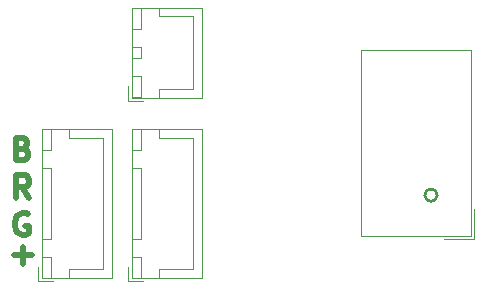
<source format=gbr>
G04 #@! TF.GenerationSoftware,KiCad,Pcbnew,(5.1.4)-1*
G04 #@! TF.CreationDate,2020-03-27T15:21:16-04:00*
G04 #@! TF.ProjectId,RGB_endstop_breakout,5247425f-656e-4647-9374-6f705f627265,rev?*
G04 #@! TF.SameCoordinates,PX8e18f40PY6422c40*
G04 #@! TF.FileFunction,Legend,Top*
G04 #@! TF.FilePolarity,Positive*
%FSLAX46Y46*%
G04 Gerber Fmt 4.6, Leading zero omitted, Abs format (unit mm)*
G04 Created by KiCad (PCBNEW (5.1.4)-1) date 2020-03-27 15:21:16*
%MOMM*%
%LPD*%
G04 APERTURE LIST*
%ADD10C,0.254000*%
%ADD11C,0.476250*%
%ADD12C,0.120000*%
%ADD13O,2.102000X1.802000*%
%ADD14C,0.100000*%
%ADD15C,1.802000*%
%ADD16O,2.052000X1.802000*%
%ADD17O,1.829200X1.829200*%
%ADD18R,1.829200X1.829200*%
%ADD19C,10.702000*%
G04 APERTURE END LIST*
D10*
X13223634Y-4445000D02*
G75*
G03X13223634Y-4445000I-523634J0D01*
G01*
D11*
X-22569715Y-9534071D02*
X-21118286Y-9534071D01*
X-21844000Y-10259785D02*
X-21844000Y-8808357D01*
X-21317858Y-4671785D02*
X-21952858Y-3764642D01*
X-22406429Y-4671785D02*
X-22406429Y-2766785D01*
X-21680715Y-2766785D01*
X-21499286Y-2857500D01*
X-21408572Y-2948214D01*
X-21317858Y-3129642D01*
X-21317858Y-3401785D01*
X-21408572Y-3583214D01*
X-21499286Y-3673928D01*
X-21680715Y-3764642D01*
X-22406429Y-3764642D01*
X-21408572Y-6032500D02*
X-21590000Y-5941785D01*
X-21862143Y-5941785D01*
X-22134286Y-6032500D01*
X-22315715Y-6213928D01*
X-22406429Y-6395357D01*
X-22497143Y-6758214D01*
X-22497143Y-7030357D01*
X-22406429Y-7393214D01*
X-22315715Y-7574642D01*
X-22134286Y-7756071D01*
X-21862143Y-7846785D01*
X-21680715Y-7846785D01*
X-21408572Y-7756071D01*
X-21317858Y-7665357D01*
X-21317858Y-7030357D01*
X-21680715Y-7030357D01*
X-21834929Y-498928D02*
X-21562786Y-589642D01*
X-21472072Y-680357D01*
X-21381358Y-861785D01*
X-21381358Y-1133928D01*
X-21472072Y-1315357D01*
X-21562786Y-1406071D01*
X-21744215Y-1496785D01*
X-22469929Y-1496785D01*
X-22469929Y408215D01*
X-21834929Y408215D01*
X-21653500Y317500D01*
X-21562786Y226786D01*
X-21472072Y45358D01*
X-21472072Y-136071D01*
X-21562786Y-317500D01*
X-21653500Y-408214D01*
X-21834929Y-498928D01*
X-22469929Y-498928D01*
D12*
X-12910000Y3540000D02*
X-11660000Y3540000D01*
X-12910000Y4790000D02*
X-12910000Y3540000D01*
X-7410000Y10690000D02*
X-7410000Y7640000D01*
X-10360000Y10690000D02*
X-7410000Y10690000D01*
X-10360000Y11440000D02*
X-10360000Y10690000D01*
X-7410000Y4590000D02*
X-7410000Y7640000D01*
X-10360000Y4590000D02*
X-7410000Y4590000D01*
X-10360000Y3840000D02*
X-10360000Y4590000D01*
X-12610000Y11440000D02*
X-12610000Y9640000D01*
X-11860000Y11440000D02*
X-12610000Y11440000D01*
X-11860000Y9640000D02*
X-11860000Y11440000D01*
X-12610000Y9640000D02*
X-11860000Y9640000D01*
X-12610000Y5640000D02*
X-12610000Y3840000D01*
X-11860000Y5640000D02*
X-12610000Y5640000D01*
X-11860000Y3840000D02*
X-11860000Y5640000D01*
X-12610000Y3840000D02*
X-11860000Y3840000D01*
X-12610000Y8140000D02*
X-12610000Y7140000D01*
X-11860000Y8140000D02*
X-12610000Y8140000D01*
X-11860000Y7140000D02*
X-11860000Y8140000D01*
X-12610000Y7140000D02*
X-11860000Y7140000D01*
X-12620000Y11450000D02*
X-12620000Y3830000D01*
X-6650000Y11450000D02*
X-12620000Y11450000D01*
X-6650000Y3830000D02*
X-6650000Y11450000D01*
X-12620000Y3830000D02*
X-6650000Y3830000D01*
X-12910000Y-11740000D02*
X-11660000Y-11740000D01*
X-12910000Y-10490000D02*
X-12910000Y-11740000D01*
X-7410000Y410000D02*
X-7410000Y-5140000D01*
X-10360000Y410000D02*
X-7410000Y410000D01*
X-10360000Y1160000D02*
X-10360000Y410000D01*
X-7410000Y-10690000D02*
X-7410000Y-5140000D01*
X-10360000Y-10690000D02*
X-7410000Y-10690000D01*
X-10360000Y-11440000D02*
X-10360000Y-10690000D01*
X-12610000Y1160000D02*
X-12610000Y-640000D01*
X-11860000Y1160000D02*
X-12610000Y1160000D01*
X-11860000Y-640000D02*
X-11860000Y1160000D01*
X-12610000Y-640000D02*
X-11860000Y-640000D01*
X-12610000Y-9640000D02*
X-12610000Y-11440000D01*
X-11860000Y-9640000D02*
X-12610000Y-9640000D01*
X-11860000Y-11440000D02*
X-11860000Y-9640000D01*
X-12610000Y-11440000D02*
X-11860000Y-11440000D01*
X-12610000Y-2140000D02*
X-12610000Y-8140000D01*
X-11860000Y-2140000D02*
X-12610000Y-2140000D01*
X-11860000Y-8140000D02*
X-11860000Y-2140000D01*
X-12610000Y-8140000D02*
X-11860000Y-8140000D01*
X-12620000Y1170000D02*
X-12620000Y-11450000D01*
X-6650000Y1170000D02*
X-12620000Y1170000D01*
X-6650000Y-11450000D02*
X-6650000Y1170000D01*
X-12620000Y-11450000D02*
X-6650000Y-11450000D01*
X-20530000Y-11740000D02*
X-19280000Y-11740000D01*
X-20530000Y-10490000D02*
X-20530000Y-11740000D01*
X-15030000Y410000D02*
X-15030000Y-5140000D01*
X-17980000Y410000D02*
X-15030000Y410000D01*
X-17980000Y1160000D02*
X-17980000Y410000D01*
X-15030000Y-10690000D02*
X-15030000Y-5140000D01*
X-17980000Y-10690000D02*
X-15030000Y-10690000D01*
X-17980000Y-11440000D02*
X-17980000Y-10690000D01*
X-20230000Y1160000D02*
X-20230000Y-640000D01*
X-19480000Y1160000D02*
X-20230000Y1160000D01*
X-19480000Y-640000D02*
X-19480000Y1160000D01*
X-20230000Y-640000D02*
X-19480000Y-640000D01*
X-20230000Y-9640000D02*
X-20230000Y-11440000D01*
X-19480000Y-9640000D02*
X-20230000Y-9640000D01*
X-19480000Y-11440000D02*
X-19480000Y-9640000D01*
X-20230000Y-11440000D02*
X-19480000Y-11440000D01*
X-20230000Y-2140000D02*
X-20230000Y-8140000D01*
X-19480000Y-2140000D02*
X-20230000Y-2140000D01*
X-19480000Y-8140000D02*
X-19480000Y-2140000D01*
X-20230000Y-8140000D02*
X-19480000Y-8140000D01*
X-20240000Y1170000D02*
X-20240000Y-11450000D01*
X-14270000Y1170000D02*
X-20240000Y1170000D01*
X-14270000Y-11450000D02*
X-14270000Y1170000D01*
X-20240000Y-11450000D02*
X-14270000Y-11450000D01*
X16355000Y-8140000D02*
X13815000Y-8140000D01*
X16355000Y-8140000D02*
X16355000Y-5600000D01*
X16105000Y-7890000D02*
X6755000Y-7890000D01*
X16105000Y7890000D02*
X16105000Y-7890000D01*
X6755000Y7890000D02*
X16105000Y7890000D01*
X6755000Y-7890000D02*
X6755000Y7890000D01*
%LPC*%
D13*
X-10160000Y8890000D03*
D14*
G36*
X-9348025Y7289724D02*
G01*
X-9322301Y7285908D01*
X-9297075Y7279589D01*
X-9272589Y7270828D01*
X-9249080Y7259709D01*
X-9226774Y7246339D01*
X-9205886Y7230848D01*
X-9186617Y7213383D01*
X-9169152Y7194114D01*
X-9153661Y7173226D01*
X-9140291Y7150920D01*
X-9129172Y7127411D01*
X-9120411Y7102925D01*
X-9114092Y7077699D01*
X-9110276Y7051975D01*
X-9109000Y7026000D01*
X-9109000Y5754000D01*
X-9110276Y5728025D01*
X-9114092Y5702301D01*
X-9120411Y5677075D01*
X-9129172Y5652589D01*
X-9140291Y5629080D01*
X-9153661Y5606774D01*
X-9169152Y5585886D01*
X-9186617Y5566617D01*
X-9205886Y5549152D01*
X-9226774Y5533661D01*
X-9249080Y5520291D01*
X-9272589Y5509172D01*
X-9297075Y5500411D01*
X-9322301Y5494092D01*
X-9348025Y5490276D01*
X-9374000Y5489000D01*
X-10946000Y5489000D01*
X-10971975Y5490276D01*
X-10997699Y5494092D01*
X-11022925Y5500411D01*
X-11047411Y5509172D01*
X-11070920Y5520291D01*
X-11093226Y5533661D01*
X-11114114Y5549152D01*
X-11133383Y5566617D01*
X-11150848Y5585886D01*
X-11166339Y5606774D01*
X-11179709Y5629080D01*
X-11190828Y5652589D01*
X-11199589Y5677075D01*
X-11205908Y5702301D01*
X-11209724Y5728025D01*
X-11211000Y5754000D01*
X-11211000Y7026000D01*
X-11209724Y7051975D01*
X-11205908Y7077699D01*
X-11199589Y7102925D01*
X-11190828Y7127411D01*
X-11179709Y7150920D01*
X-11166339Y7173226D01*
X-11150848Y7194114D01*
X-11133383Y7213383D01*
X-11114114Y7230848D01*
X-11093226Y7246339D01*
X-11070920Y7259709D01*
X-11047411Y7270828D01*
X-11022925Y7279589D01*
X-10997699Y7285908D01*
X-10971975Y7289724D01*
X-10946000Y7291000D01*
X-9374000Y7291000D01*
X-9348025Y7289724D01*
X-9348025Y7289724D01*
G37*
D15*
X-10160000Y6390000D03*
D16*
X-10160000Y-1390000D03*
X-10160000Y-3890000D03*
X-10160000Y-6390000D03*
D14*
G36*
X-9373025Y-7990276D02*
G01*
X-9347301Y-7994092D01*
X-9322075Y-8000411D01*
X-9297589Y-8009172D01*
X-9274080Y-8020291D01*
X-9251774Y-8033661D01*
X-9230886Y-8049152D01*
X-9211617Y-8066617D01*
X-9194152Y-8085886D01*
X-9178661Y-8106774D01*
X-9165291Y-8129080D01*
X-9154172Y-8152589D01*
X-9145411Y-8177075D01*
X-9139092Y-8202301D01*
X-9135276Y-8228025D01*
X-9134000Y-8254000D01*
X-9134000Y-9526000D01*
X-9135276Y-9551975D01*
X-9139092Y-9577699D01*
X-9145411Y-9602925D01*
X-9154172Y-9627411D01*
X-9165291Y-9650920D01*
X-9178661Y-9673226D01*
X-9194152Y-9694114D01*
X-9211617Y-9713383D01*
X-9230886Y-9730848D01*
X-9251774Y-9746339D01*
X-9274080Y-9759709D01*
X-9297589Y-9770828D01*
X-9322075Y-9779589D01*
X-9347301Y-9785908D01*
X-9373025Y-9789724D01*
X-9399000Y-9791000D01*
X-10921000Y-9791000D01*
X-10946975Y-9789724D01*
X-10972699Y-9785908D01*
X-10997925Y-9779589D01*
X-11022411Y-9770828D01*
X-11045920Y-9759709D01*
X-11068226Y-9746339D01*
X-11089114Y-9730848D01*
X-11108383Y-9713383D01*
X-11125848Y-9694114D01*
X-11141339Y-9673226D01*
X-11154709Y-9650920D01*
X-11165828Y-9627411D01*
X-11174589Y-9602925D01*
X-11180908Y-9577699D01*
X-11184724Y-9551975D01*
X-11186000Y-9526000D01*
X-11186000Y-8254000D01*
X-11184724Y-8228025D01*
X-11180908Y-8202301D01*
X-11174589Y-8177075D01*
X-11165828Y-8152589D01*
X-11154709Y-8129080D01*
X-11141339Y-8106774D01*
X-11125848Y-8085886D01*
X-11108383Y-8066617D01*
X-11089114Y-8049152D01*
X-11068226Y-8033661D01*
X-11045920Y-8020291D01*
X-11022411Y-8009172D01*
X-10997925Y-8000411D01*
X-10972699Y-7994092D01*
X-10946975Y-7990276D01*
X-10921000Y-7989000D01*
X-9399000Y-7989000D01*
X-9373025Y-7990276D01*
X-9373025Y-7990276D01*
G37*
D15*
X-10160000Y-8890000D03*
D16*
X-17780000Y-1390000D03*
X-17780000Y-3890000D03*
X-17780000Y-6390000D03*
D14*
G36*
X-16993025Y-7990276D02*
G01*
X-16967301Y-7994092D01*
X-16942075Y-8000411D01*
X-16917589Y-8009172D01*
X-16894080Y-8020291D01*
X-16871774Y-8033661D01*
X-16850886Y-8049152D01*
X-16831617Y-8066617D01*
X-16814152Y-8085886D01*
X-16798661Y-8106774D01*
X-16785291Y-8129080D01*
X-16774172Y-8152589D01*
X-16765411Y-8177075D01*
X-16759092Y-8202301D01*
X-16755276Y-8228025D01*
X-16754000Y-8254000D01*
X-16754000Y-9526000D01*
X-16755276Y-9551975D01*
X-16759092Y-9577699D01*
X-16765411Y-9602925D01*
X-16774172Y-9627411D01*
X-16785291Y-9650920D01*
X-16798661Y-9673226D01*
X-16814152Y-9694114D01*
X-16831617Y-9713383D01*
X-16850886Y-9730848D01*
X-16871774Y-9746339D01*
X-16894080Y-9759709D01*
X-16917589Y-9770828D01*
X-16942075Y-9779589D01*
X-16967301Y-9785908D01*
X-16993025Y-9789724D01*
X-17019000Y-9791000D01*
X-18541000Y-9791000D01*
X-18566975Y-9789724D01*
X-18592699Y-9785908D01*
X-18617925Y-9779589D01*
X-18642411Y-9770828D01*
X-18665920Y-9759709D01*
X-18688226Y-9746339D01*
X-18709114Y-9730848D01*
X-18728383Y-9713383D01*
X-18745848Y-9694114D01*
X-18761339Y-9673226D01*
X-18774709Y-9650920D01*
X-18785828Y-9627411D01*
X-18794589Y-9602925D01*
X-18800908Y-9577699D01*
X-18804724Y-9551975D01*
X-18806000Y-9526000D01*
X-18806000Y-8254000D01*
X-18804724Y-8228025D01*
X-18800908Y-8202301D01*
X-18794589Y-8177075D01*
X-18785828Y-8152589D01*
X-18774709Y-8129080D01*
X-18761339Y-8106774D01*
X-18745848Y-8085886D01*
X-18728383Y-8066617D01*
X-18709114Y-8049152D01*
X-18688226Y-8033661D01*
X-18665920Y-8020291D01*
X-18642411Y-8009172D01*
X-18617925Y-8000411D01*
X-18592699Y-7994092D01*
X-18566975Y-7990276D01*
X-18541000Y-7989000D01*
X-17019000Y-7989000D01*
X-16993025Y-7990276D01*
X-16993025Y-7990276D01*
G37*
D15*
X-17780000Y-8890000D03*
D17*
X10160000Y2540000D03*
X12700000Y2540000D03*
X10160000Y0D03*
X12700000Y0D03*
X10160000Y-2540000D03*
D18*
X12700000Y-2540000D03*
D19*
X0Y-10000000D03*
X0Y10000000D03*
M02*

</source>
